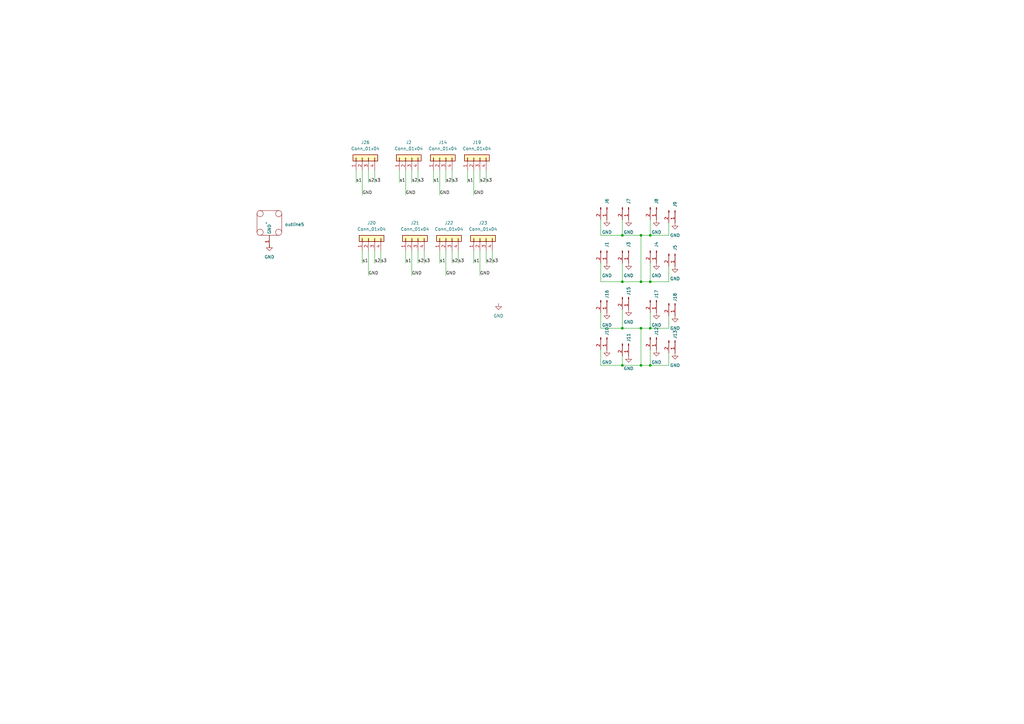
<source format=kicad_sch>
(kicad_sch (version 20231120) (generator "eeschema") (generator_version "8.0")
  (paper "A3")
  (lib_symbols
    (symbol "Connector:Conn_01x02_Pin" (pin_names (offset 1.016) hide)
      (property "Reference" "J" (at 0 2.54 0))
      (property "Value" "Conn_01x02_Pin" (at 0 -5.08 0))
      (symbol "Conn_01x02_Pin_1_1"
        (polyline (pts (xy 1.27 -2.54) (xy 0.8636 -2.54)) (stroke (width 0.1524)))
        (polyline (pts (xy 1.27 0) (xy 0.8636 0)) (stroke (width 0.1524)))
        (rectangle (start 0.8636 -2.413) (end 0 -2.667) (stroke (width 0.1524)) (fill (type outline)))
        (rectangle (start 0.8636 0.127) (end 0 -0.127) (stroke (width 0.1524)) (fill (type outline)))
        (pin passive line (at 5.08 0 180) (length 3.81) (name "Pin_1") (number "1"))
        (pin passive line (at 5.08 -2.54 180) (length 3.81) (name "Pin_2") (number "2"))
      )
    )
    (symbol "Connector_Generic:Conn_01x04" (pin_names (offset 1.016) hide)
      (property "Reference" "J" (at 0 5.08 0))
      (property "Value" "Conn_01x04" (at 0 -7.62 0))
      (symbol "Conn_01x04_1_1"
        (rectangle (start -1.27 -4.953) (end 0 -5.207) (stroke (width 0.1524)))
        (rectangle (start -1.27 -2.413) (end 0 -2.667) (stroke (width 0.1524)))
        (rectangle (start -1.27 0.127) (end 0 -0.127) (stroke (width 0.1524)))
        (rectangle (start -1.27 2.667) (end 0 2.413) (stroke (width 0.1524)))
        (rectangle (start -1.27 3.81) (end 1.27 -6.35) (stroke (width 0.254)) (fill (type background)))
        (pin passive line (at -5.08 2.54 0) (length 3.81) (name "Pin_1") (number "1"))
        (pin passive line (at -5.08 0 0) (length 3.81) (name "Pin_2") (number "2"))
        (pin passive line (at -5.08 -2.54 0) (length 3.81) (name "Pin_3") (number "3"))
        (pin passive line (at -5.08 -5.08 0) (length 3.81) (name "Pin_4") (number "4"))
      )
    )
    (symbol "Radar:outline"
      (property "Reference" "outline" (at 0 6.35 0))
      (symbol "outline_0_1"
        (circle (center -3.81 -3.81) (radius 1.27))
        (circle (center -3.81 3.81) (radius 1.27))
        (polyline (pts (xy -5.08 3.81) (xy -5.08 -3.81)))
        (polyline (pts (xy -3.81 -5.08) (xy 3.81 -5.08)))
        (polyline (pts (xy 3.81 5.08) (xy -3.81 5.08)))
        (polyline (pts (xy 5.08 3.81) (xy 5.08 -3.81)))
        (circle (center 3.81 -3.81) (radius 1.27))
        (circle (center 3.81 3.81) (radius 1.27))
      )
      (symbol "outline_1_1"
        (pin free line (at -10.16 0 0) (length 5.08) (name "GND") (number "1"))
      )
    )
    (symbol "power:GND" (power) (pin_names (offset 0))
      (property "Value" "GND" (at 0 -3.81 0))
      (symbol "GND_0_1"
        (polyline (pts (xy 0 0) (xy 0 -1.27) (xy 1.27 -1.27) (xy 0 -2.54) (xy -1.27 -1.27) (xy 0 -1.27)))
      )
      (symbol "GND_1_1"
        (pin power_in line (at 0 0 270) (length 0) hide (name "GND") (number "1"))
      )
    )
  )
  (junction (at 266.7 96.52))
  (junction (at 266.7 134.62))
  (junction (at 266.7 115.57))
  (junction (at 266.7 149.86))
  (junction (at 255.27 115.57))
  (junction (at 262.89 115.57))
  (junction (at 255.27 134.62))
  (junction (at 262.89 134.62))
  (junction (at 262.89 96.52))
  (junction (at 255.27 149.86))
  (junction (at 255.27 96.52))
  (junction (at 262.89 149.86))
  (wire (pts (xy 168.91 69.85) (xy 168.91 74.93)))
  (wire (pts (xy 201.93 102.87) (xy 201.93 107.95)))
  (wire (pts (xy 246.38 96.52) (xy 255.27 96.52)))
  (wire (pts (xy 153.67 102.87) (xy 153.67 107.95)))
  (wire (pts (xy 151.13 102.87) (xy 151.13 113.03)))
  (wire (pts (xy 255.27 96.52) (xy 255.27 90.17)))
  (wire (pts (xy 171.45 69.85) (xy 171.45 74.93)))
  (wire (pts (xy 274.32 91.44) (xy 274.32 96.52)))
  (wire (pts (xy 194.31 102.87) (xy 194.31 107.95)))
  (wire (pts (xy 266.7 90.17) (xy 266.7 96.52)))
  (wire (pts (xy 266.7 128.27) (xy 266.7 134.62)))
  (wire (pts (xy 148.59 102.87) (xy 148.59 107.95)))
  (wire (pts (xy 262.89 96.52) (xy 262.89 115.57)))
  (wire (pts (xy 180.34 102.87) (xy 180.34 107.95)))
  (wire (pts (xy 255.27 115.57) (xy 255.27 107.95)))
  (wire (pts (xy 262.89 96.52) (xy 255.27 96.52)))
  (wire (pts (xy 148.59 69.85) (xy 148.59 80.01)))
  (wire (pts (xy 246.38 128.27) (xy 246.38 134.62)))
  (wire (pts (xy 166.37 69.85) (xy 166.37 80.01)))
  (wire (pts (xy 182.88 102.87) (xy 182.88 113.03)))
  (wire (pts (xy 173.99 102.87) (xy 173.99 107.95)))
  (wire (pts (xy 262.89 134.62) (xy 262.89 149.86)))
  (wire (pts (xy 266.7 107.95) (xy 266.7 115.57)))
  (wire (pts (xy 255.27 134.62) (xy 255.27 127)))
  (wire (pts (xy 153.67 69.85) (xy 153.67 74.93)))
  (wire (pts (xy 156.21 102.87) (xy 156.21 107.95)))
  (wire (pts (xy 255.27 149.86) (xy 255.27 146.05)))
  (wire (pts (xy 166.37 102.87) (xy 166.37 107.95)))
  (wire (pts (xy 187.96 102.87) (xy 187.96 107.95)))
  (wire (pts (xy 185.42 69.85) (xy 185.42 74.93)))
  (wire (pts (xy 182.88 69.85) (xy 182.88 74.93)))
  (wire (pts (xy 185.42 102.87) (xy 185.42 107.95)))
  (wire (pts (xy 274.32 134.62) (xy 266.7 134.62)))
  (wire (pts (xy 163.83 69.85) (xy 163.83 74.93)))
  (wire (pts (xy 246.38 115.57) (xy 255.27 115.57)))
  (wire (pts (xy 274.32 96.52) (xy 266.7 96.52)))
  (wire (pts (xy 274.32 115.57) (xy 266.7 115.57)))
  (wire (pts (xy 266.7 134.62) (xy 262.89 134.62)))
  (wire (pts (xy 266.7 143.51) (xy 266.7 149.86)))
  (wire (pts (xy 194.31 69.85) (xy 194.31 80.01)))
  (wire (pts (xy 246.38 143.51) (xy 246.38 149.86)))
  (wire (pts (xy 255.27 149.86) (xy 262.89 149.86)))
  (wire (pts (xy 262.89 115.57) (xy 255.27 115.57)))
  (wire (pts (xy 146.05 69.85) (xy 146.05 74.93)))
  (wire (pts (xy 177.8 69.85) (xy 177.8 74.93)))
  (wire (pts (xy 266.7 115.57) (xy 262.89 115.57)))
  (wire (pts (xy 196.85 69.85) (xy 196.85 74.93)))
  (wire (pts (xy 180.34 69.85) (xy 180.34 80.01)))
  (wire (pts (xy 246.38 107.95) (xy 246.38 115.57)))
  (wire (pts (xy 196.85 102.87) (xy 196.85 113.03)))
  (wire (pts (xy 199.39 102.87) (xy 199.39 107.95)))
  (wire (pts (xy 151.13 69.85) (xy 151.13 74.93)))
  (wire (pts (xy 168.91 102.87) (xy 168.91 113.03)))
  (wire (pts (xy 262.89 134.62) (xy 255.27 134.62)))
  (wire (pts (xy 274.32 129.54) (xy 274.32 134.62)))
  (wire (pts (xy 266.7 96.52) (xy 262.89 96.52)))
  (wire (pts (xy 110.49 100.33) (xy 110.49 101.6)))
  (wire (pts (xy 171.45 102.87) (xy 171.45 107.95)))
  (wire (pts (xy 262.89 149.86) (xy 266.7 149.86)))
  (wire (pts (xy 246.38 149.86) (xy 255.27 149.86)))
  (wire (pts (xy 274.32 109.22) (xy 274.32 115.57)))
  (wire (pts (xy 274.32 144.78) (xy 274.32 149.86)))
  (wire (pts (xy 266.7 149.86) (xy 274.32 149.86)))
  (wire (pts (xy 246.38 90.17) (xy 246.38 96.52)))
  (wire (pts (xy 246.38 134.62) (xy 255.27 134.62)))
  (wire (pts (xy 191.77 69.85) (xy 191.77 74.93)))
  (wire (pts (xy 199.39 69.85) (xy 199.39 74.93)))
  (label "GND" (at 196.85 113.03 0))
  (label "s3" (at 171.45 74.93 0))
  (label "s2" (at 151.13 74.93 0))
  (label "s1" (at 163.83 74.93 0))
  (label "GND" (at 180.34 80.01 0))
  (label "s3" (at 201.93 107.95 0))
  (label "s3" (at 185.42 74.93 0))
  (label "s2" (at 168.91 74.93 0))
  (label "s2" (at 153.67 107.95 0))
  (label "s3" (at 156.21 107.95 0))
  (label "s2" (at 185.42 107.95 0))
  (label "s1" (at 146.05 74.93 0))
  (label "s2" (at 171.45 107.95 0))
  (label "GND" (at 148.59 80.01 0))
  (label "GND" (at 182.88 113.03 0))
  (label "s1" (at 177.8 74.93 0))
  (label "GND" (at 166.37 80.01 0))
  (label "s1" (at 194.31 107.95 0))
  (label "s2" (at 182.88 74.93 0))
  (label "GND" (at 151.13 113.03 0))
  (label "s2" (at 196.85 74.93 0))
  (label "s3" (at 153.67 74.93 0))
  (label "s3" (at 199.39 74.93 0))
  (label "s1" (at 191.77 74.93 0))
  (label "s2" (at 199.39 107.95 0))
  (label "s3" (at 187.96 107.95 0))
  (label "s1" (at 148.59 107.95 0))
  (label "GND" (at 168.91 113.03 0))
  (label "GND" (at 194.31 80.01 0))
  (label "s3" (at 173.99 107.95 0))
  (label "s1" (at 166.37 107.95 0))
  (label "s1" (at 180.34 107.95 0))
  (symbol (lib_id "power:GND") (at 248.92 107.95 0) (unit 1)
    (property "Reference" "#PWR09" (effects (hide yes)))
    (property "Value" "GND" (at 248.92 113.03 0))
  )
  (symbol (lib_id "Connector:Conn_01x02_Pin") (at 269.24 102.87 270) (unit 1)
    (property "Reference" "J4" (at 269.24 100.33 0))
    (property "Value" "Conn_01x02_Pin" (effects (hide yes)))
    (property "Footprint" "Connector_PinHeader_2.54mm:PinHeader_1x02_P2.54mm_Vertical_SMD_Pin1Left" (effects (hide yes)))
  )
  (symbol (lib_id "Connector_Generic:Conn_01x04") (at 194.31 64.77 90) (unit 1)
    (property "Reference" "J19" (at 195.58 58.42 90))
    (property "Value" "Conn_01x04" (at 195.58 60.96 90))
    (property "Footprint" "Connector_PinHeader_2.54mm:PinHeader_1x04_P2.54mm_Vertical_SMD_Pin1Left" (effects (hide yes)))
    (property "Description" "Generic connector, single row, 01x04, script generated (kicad-library-utils/schlib/autogen/connector/)" (effects (hide yes)))
  )
  (symbol (lib_id "Connector_Generic:Conn_01x04") (at 166.37 64.77 90) (unit 1)
    (property "Reference" "J2" (at 167.64 58.42 90))
    (property "Value" "Conn_01x04" (at 167.64 60.96 90))
    (property "Footprint" "Connector_PinHeader_2.54mm:PinHeader_1x04_P2.54mm_Vertical_SMD_Pin1Left" (effects (hide yes)))
    (property "Description" "Generic connector, single row, 01x04, script generated (kicad-library-utils/schlib/autogen/connector/)" (effects (hide yes)))
  )
  (symbol (lib_id "power:GND") (at 276.86 91.44 0) (unit 1)
    (property "Reference" "#PWR013" (effects (hide yes)))
    (property "Value" "GND" (at 276.86 96.52 0))
  )
  (symbol (lib_id "Connector_Generic:Conn_01x04") (at 180.34 64.77 90) (unit 1)
    (property "Reference" "J14" (at 181.61 58.42 90))
    (property "Value" "Conn_01x04" (at 181.61 60.96 90))
    (property "Footprint" "Connector_PinHeader_2.54mm:PinHeader_1x04_P2.54mm_Vertical_SMD_Pin1Left" (effects (hide yes)))
    (property "Description" "Generic connector, single row, 01x04, script generated (kicad-library-utils/schlib/autogen/connector/)" (effects (hide yes)))
  )
  (symbol (lib_id "Connector:Conn_01x02_Pin") (at 248.92 85.09 270) (unit 1)
    (property "Reference" "J6" (at 248.92 82.55 0))
    (property "Value" "Conn_01x02_Pin" (effects (hide yes)))
    (property "Footprint" "Connector_PinHeader_2.54mm:PinHeader_1x02_P2.54mm_Vertical_SMD_Pin1Left" (effects (hide yes)))
  )
  (symbol (lib_id "Radar:outline") (at 110.49 91.44 90) (unit 1)
    (property "Reference" "outline5" (at 116.84 92.075 90) (effects (justify right)))
    (property "Value" "~" (at 109.22 91.44 0))
    (property "Footprint" "MUSIC_Lab:Outline_sys3x3_cavity_1.5mm" (effects (hide yes)))
  )
  (symbol (lib_id "power:GND") (at 269.24 90.17 0) (unit 1)
    (property "Reference" "#PWR014" (effects (hide yes)))
    (property "Value" "GND" (at 269.24 95.25 0))
  )
  (symbol (lib_id "Connector:Conn_01x02_Pin") (at 257.81 140.97 270) (unit 1)
    (property "Reference" "J11" (at 257.81 138.43 0))
    (property "Value" "Conn_01x02_Pin" (effects (hide yes)))
    (property "Footprint" "Connector_PinHeader_2.54mm:PinHeader_1x02_P2.54mm_Vertical_SMD_Pin1Left" (effects (hide yes)))
  )
  (symbol (lib_id "Connector:Conn_01x02_Pin") (at 269.24 85.09 270) (unit 1)
    (property "Reference" "J8" (at 269.24 82.55 0))
    (property "Value" "Conn_01x02_Pin" (effects (hide yes)))
    (property "Footprint" "Connector_PinHeader_2.54mm:PinHeader_1x02_P2.54mm_Vertical_SMD_Pin1Left" (effects (hide yes)))
  )
  (symbol (lib_id "power:GND") (at 110.49 100.33 0) (unit 1)
    (property "Reference" "#PWR069" (effects (hide yes)))
    (property "Value" "GND" (at 110.49 105.41 0))
  )
  (symbol (lib_id "power:GND") (at 257.81 146.05 0) (unit 1)
    (property "Reference" "#PWR06" (effects (hide yes)))
    (property "Value" "GND" (at 257.81 151.13 0))
  )
  (symbol (lib_id "Connector:Conn_01x02_Pin") (at 276.86 104.14 270) (unit 1)
    (property "Reference" "J5" (at 276.86 101.6 0))
    (property "Value" "Conn_01x02_Pin" (effects (hide yes)))
    (property "Footprint" "Connector_PinHeader_2.54mm:PinHeader_1x02_P2.54mm_Vertical_SMD_Pin1Left" (effects (hide yes)))
  )
  (symbol (lib_id "Connector_Generic:Conn_01x04") (at 148.59 64.77 90) (unit 1)
    (property "Reference" "J26" (at 149.86 58.42 90))
    (property "Value" "Conn_01x04" (at 149.86 60.96 90))
    (property "Footprint" "Connector_PinHeader_2.54mm:PinHeader_1x04_P2.54mm_Vertical_SMD_Pin1Left" (effects (hide yes)))
    (property "Description" "Generic connector, single row, 01x04, script generated (kicad-library-utils/schlib/autogen/connector/)" (effects (hide yes)))
  )
  (symbol (lib_id "Connector:Conn_01x02_Pin") (at 269.24 138.43 270) (unit 1)
    (property "Reference" "J12" (at 269.24 135.89 0))
    (property "Value" "Conn_01x02_Pin" (effects (hide yes)))
    (property "Footprint" "Connector_PinHeader_2.54mm:PinHeader_1x02_P2.54mm_Vertical_SMD_Pin1Left" (effects (hide yes)))
  )
  (symbol (lib_id "power:GND") (at 257.81 127 0) (unit 1)
    (property "Reference" "#PWR04" (effects (hide yes)))
    (property "Value" "GND" (at 257.81 132.08 0))
  )
  (symbol (lib_id "Connector_Generic:Conn_01x04") (at 151.13 97.79 90) (unit 1)
    (property "Reference" "J20" (at 152.4 91.44 90))
    (property "Value" "Conn_01x04" (at 152.4 93.98 90))
    (property "Footprint" "Connector_PinHeader_2.54mm:PinHeader_1x04_P2.54mm_Vertical_SMD_Pin1Left" (effects (hide yes)))
    (property "Description" "Generic connector, single row, 01x04, script generated (kicad-library-utils/schlib/autogen/connector/)" (effects (hide yes)))
  )
  (symbol (lib_id "Connector:Conn_01x02_Pin") (at 248.92 138.43 270) (unit 1)
    (property "Reference" "J10" (at 248.92 135.89 0))
    (property "Value" "Conn_01x02_Pin" (effects (hide yes)))
    (property "Footprint" "Connector_PinHeader_2.54mm:PinHeader_1x02_P2.54mm_Vertical_SMD_Pin1Left" (effects (hide yes)))
  )
  (symbol (lib_id "Connector:Conn_01x02_Pin") (at 248.92 102.87 270) (unit 1)
    (property "Reference" "J1" (at 248.92 100.33 0))
    (property "Value" "Conn_01x02_Pin" (effects (hide yes)))
    (property "Footprint" "Connector_PinHeader_2.54mm:PinHeader_1x02_P2.54mm_Vertical_SMD_Pin1Left" (effects (hide yes)))
  )
  (symbol (lib_id "Connector:Conn_01x02_Pin") (at 269.24 123.19 270) (unit 1)
    (property "Reference" "J17" (at 269.24 120.65 0))
    (property "Value" "Conn_01x02_Pin" (effects (hide yes)))
    (property "Footprint" "Connector_PinHeader_2.54mm:PinHeader_1x02_P2.54mm_Vertical_SMD_Pin1Left" (effects (hide yes)))
  )
  (symbol (lib_id "power:GND") (at 269.24 128.27 0) (unit 1)
    (property "Reference" "#PWR02" (effects (hide yes)))
    (property "Value" "GND" (at 269.24 133.35 0))
  )
  (symbol (lib_id "Connector_Generic:Conn_01x04") (at 168.91 97.79 90) (unit 1)
    (property "Reference" "J21" (at 170.18 91.44 90))
    (property "Value" "Conn_01x04" (at 170.18 93.98 90))
    (property "Footprint" "Connector_PinHeader_2.54mm:PinHeader_1x04_P2.54mm_Vertical_SMD_Pin1Left" (effects (hide yes)))
    (property "Description" "Generic connector, single row, 01x04, script generated (kicad-library-utils/schlib/autogen/connector/)" (effects (hide yes)))
  )
  (symbol (lib_id "power:GND") (at 257.81 107.95 0) (unit 1)
    (property "Reference" "#PWR016" (effects (hide yes)))
    (property "Value" "GND" (at 257.81 113.03 0))
  )
  (symbol (lib_id "power:GND") (at 248.92 128.27 0) (unit 1)
    (property "Reference" "#PWR01" (effects (hide yes)))
    (property "Value" "GND" (at 248.92 133.35 0))
  )
  (symbol (lib_id "Connector:Conn_01x02_Pin") (at 276.86 124.46 270) (unit 1)
    (property "Reference" "J18" (at 276.86 121.92 0))
    (property "Value" "Conn_01x02_Pin" (effects (hide yes)))
    (property "Footprint" "Connector_PinHeader_2.54mm:PinHeader_1x02_P2.54mm_Vertical_SMD_Pin1Left" (effects (hide yes)))
  )
  (symbol (lib_id "Connector_Generic:Conn_01x04") (at 196.85 97.79 90) (unit 1)
    (property "Reference" "J23" (at 198.12 91.44 90))
    (property "Value" "Conn_01x04" (at 198.12 93.98 90))
    (property "Footprint" "Connector_PinHeader_2.54mm:PinHeader_1x04_P2.54mm_Vertical_SMD_Pin1Left" (effects (hide yes)))
    (property "Description" "Generic connector, single row, 01x04, script generated (kicad-library-utils/schlib/autogen/connector/)" (effects (hide yes)))
  )
  (symbol (lib_id "Connector_Generic:Conn_01x04") (at 182.88 97.79 90) (unit 1)
    (property "Reference" "J22" (at 184.15 91.44 90))
    (property "Value" "Conn_01x04" (at 184.15 93.98 90))
    (property "Footprint" "Connector_PinHeader_2.54mm:PinHeader_1x04_P2.54mm_Vertical_SMD_Pin1Left" (effects (hide yes)))
    (property "Description" "Generic connector, single row, 01x04, script generated (kicad-library-utils/schlib/autogen/connector/)" (effects (hide yes)))
  )
  (symbol (lib_id "Connector:Conn_01x02_Pin") (at 257.81 102.87 270) (unit 1)
    (property "Reference" "J3" (at 257.81 100.33 0))
    (property "Value" "Conn_01x02_Pin" (effects (hide yes)))
    (property "Footprint" "Connector_PinHeader_2.54mm:PinHeader_1x02_P2.54mm_Vertical_SMD_Pin1Left" (effects (hide yes)))
  )
  (symbol (lib_id "Connector:Conn_01x02_Pin") (at 257.81 85.09 270) (unit 1)
    (property "Reference" "J7" (at 257.81 82.55 0))
    (property "Value" "Conn_01x02_Pin" (effects (hide yes)))
    (property "Footprint" "Connector_PinHeader_2.54mm:PinHeader_1x02_P2.54mm_Vertical_SMD_Pin1Left" (effects (hide yes)))
  )
  (symbol (lib_id "power:GND") (at 204.47 124.46 0) (unit 1)
    (property "Reference" "#PWR010" (effects (hide yes)))
    (property "Value" "GND" (at 204.47 129.54 0))
  )
  (symbol (lib_id "power:GND") (at 269.24 143.51 0) (unit 1)
    (property "Reference" "#PWR07" (effects (hide yes)))
    (property "Value" "GND" (at 269.24 148.59 0))
  )
  (symbol (lib_id "power:GND") (at 276.86 109.22 0) (unit 1)
    (property "Reference" "#PWR012" (effects (hide yes)))
    (property "Value" "GND" (at 276.86 114.3 0))
  )
  (symbol (lib_id "power:GND") (at 248.92 90.17 0) (unit 1)
    (property "Reference" "#PWR015" (effects (hide yes)))
    (property "Value" "GND" (at 248.92 95.25 0))
  )
  (symbol (lib_id "Connector:Conn_01x02_Pin") (at 276.86 86.36 270) (unit 1)
    (property "Reference" "J9" (at 276.86 83.82 0))
    (property "Value" "Conn_01x02_Pin" (effects (hide yes)))
    (property "Footprint" "Connector_PinHeader_2.54mm:PinHeader_1x02_P2.54mm_Vertical_SMD_Pin1Left" (effects (hide yes)))
  )
  (symbol (lib_id "power:GND") (at 248.92 143.51 0) (unit 1)
    (property "Reference" "#PWR05" (effects (hide yes)))
    (property "Value" "GND" (at 248.92 148.59 0))
  )
  (symbol (lib_id "Connector:Conn_01x02_Pin") (at 248.92 123.19 270) (unit 1)
    (property "Reference" "J16" (at 248.92 120.65 0))
    (property "Value" "Conn_01x02_Pin" (effects (hide yes)))
    (property "Footprint" "Connector_PinHeader_2.54mm:PinHeader_1x02_P2.54mm_Vertical_SMD_Pin1Left" (effects (hide yes)))
  )
  (symbol (lib_id "power:GND") (at 276.86 129.54 0) (unit 1)
    (property "Reference" "#PWR03" (effects (hide yes)))
    (property "Value" "GND" (at 276.86 134.62 0))
  )
  (symbol (lib_id "Connector:Conn_01x02_Pin") (at 257.81 121.92 270) (unit 1)
    (property "Reference" "J15" (at 257.81 119.38 0))
    (property "Value" "Conn_01x02_Pin" (effects (hide yes)))
    (property "Footprint" "Connector_PinHeader_2.54mm:PinHeader_1x02_P2.54mm_Vertical_SMD_Pin1Left" (effects (hide yes)))
  )
  (symbol (lib_id "power:GND") (at 276.86 144.78 0) (unit 1)
    (property "Reference" "#PWR08" (effects (hide yes)))
    (property "Value" "GND" (at 276.86 149.86 0))
  )
  (symbol (lib_id "power:GND") (at 269.24 107.95 0) (unit 1)
    (property "Reference" "#PWR011" (effects (hide yes)))
    (property "Value" "GND" (at 269.24 113.03 0))
  )
  (symbol (lib_id "power:GND") (at 257.81 90.17 0) (unit 1)
    (property "Reference" "#PWR017" (effects (hide yes)))
    (property "Value" "GND" (at 257.81 95.25 0))
  )
  (symbol (lib_id "Connector:Conn_01x02_Pin") (at 276.86 139.7 270) (unit 1)
    (property "Reference" "J13" (at 276.86 137.16 0))
    (property "Value" "Conn_01x02_Pin" (effects (hide yes)))
    (property "Footprint" "Connector_PinHeader_2.54mm:PinHeader_1x02_P2.54mm_Vertical_SMD_Pin1Left" (effects (hide yes)))
  )
)
</source>
